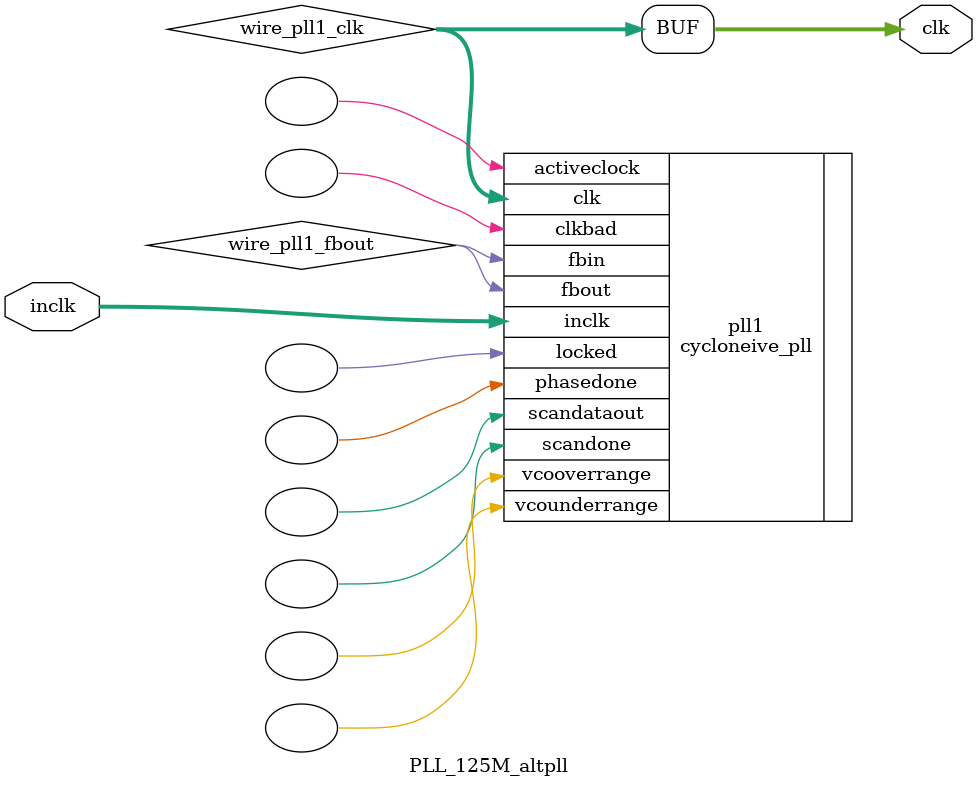
<source format=v>






//synthesis_resources = cycloneive_pll 1 
//synopsys translate_off
`timescale 1 ps / 1 ps
//synopsys translate_on
module  PLL_125M_altpll
	( 
	clk,
	inclk) /* synthesis synthesis_clearbox=1 */;
	output   [4:0]  clk;
	input   [1:0]  inclk;
`ifndef ALTERA_RESERVED_QIS
// synopsys translate_off
`endif
	tri0   [1:0]  inclk;
`ifndef ALTERA_RESERVED_QIS
// synopsys translate_on
`endif

	wire  [4:0]   wire_pll1_clk;
	wire  wire_pll1_fbout;

	cycloneive_pll   pll1
	( 
	.activeclock(),
	.clk(wire_pll1_clk),
	.clkbad(),
	.fbin(wire_pll1_fbout),
	.fbout(wire_pll1_fbout),
	.inclk(inclk),
	.locked(),
	.phasedone(),
	.scandataout(),
	.scandone(),
	.vcooverrange(),
	.vcounderrange()
	`ifndef FORMAL_VERIFICATION
	// synopsys translate_off
	`endif
	,
	.areset(1'b0),
	.clkswitch(1'b0),
	.configupdate(1'b0),
	.pfdena(1'b1),
	.phasecounterselect({3{1'b0}}),
	.phasestep(1'b0),
	.phaseupdown(1'b0),
	.scanclk(1'b0),
	.scanclkena(1'b1),
	.scandata(1'b0)
	`ifndef FORMAL_VERIFICATION
	// synopsys translate_on
	`endif
	);
	defparam
		pll1.bandwidth_type = "auto",
		pll1.clk0_divide_by = 1,
		pll1.clk0_duty_cycle = 50,
		pll1.clk0_multiply_by = 5,
		pll1.clk0_phase_shift = "0",
		pll1.compensate_clock = "clk0",
		pll1.inclk0_input_frequency = 40000,
		pll1.operation_mode = "normal",
		pll1.pll_type = "auto",
		pll1.lpm_type = "cycloneive_pll";
	assign
		clk = {wire_pll1_clk[4:0]};
endmodule //PLL_125M_altpll
//VALID FILE

</source>
